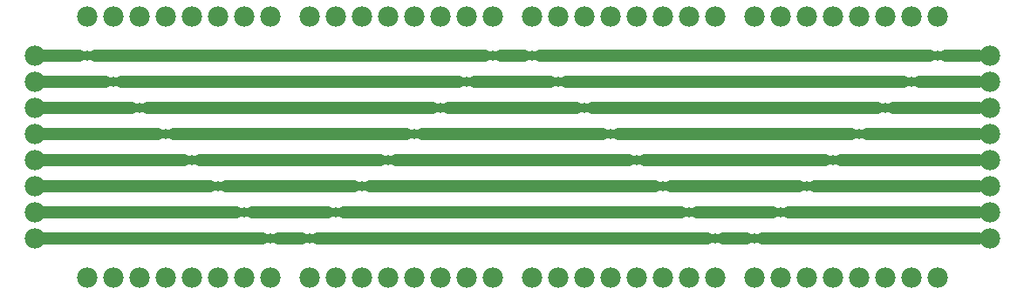
<source format=gtl>
G04 MADE WITH FRITZING*
G04 WWW.FRITZING.ORG*
G04 DOUBLE SIDED*
G04 HOLES PLATED*
G04 CONTOUR ON CENTER OF CONTOUR VECTOR*
%ASAXBY*%
%FSLAX23Y23*%
%MOIN*%
%OFA0B0*%
%SFA1.0B1.0*%
%ADD10C,0.078000*%
%ADD11C,0.039370*%
%ADD12C,0.048000*%
%LNCOPPER1*%
G90*
G70*
G54D10*
X2874Y178D03*
X2974Y178D03*
X3074Y178D03*
X3174Y178D03*
X3274Y178D03*
X3374Y178D03*
X3474Y178D03*
X3574Y178D03*
X2724Y178D03*
X2624Y178D03*
X2524Y178D03*
X2424Y178D03*
X2324Y178D03*
X2224Y178D03*
X2124Y178D03*
X2024Y178D03*
X1174Y178D03*
X1274Y178D03*
X1374Y178D03*
X1474Y178D03*
X1574Y178D03*
X1674Y178D03*
X1774Y178D03*
X1874Y178D03*
X1024Y178D03*
X924Y178D03*
X824Y178D03*
X724Y178D03*
X624Y178D03*
X524Y178D03*
X424Y178D03*
X324Y178D03*
X2874Y1178D03*
X2974Y1178D03*
X3074Y1178D03*
X3174Y1178D03*
X3274Y1178D03*
X3374Y1178D03*
X3474Y1178D03*
X3574Y1178D03*
X2724Y1178D03*
X2624Y1178D03*
X2524Y1178D03*
X2424Y1178D03*
X2324Y1178D03*
X2224Y1178D03*
X2124Y1178D03*
X2024Y1178D03*
X1174Y1178D03*
X1274Y1178D03*
X1374Y1178D03*
X1474Y1178D03*
X1574Y1178D03*
X1674Y1178D03*
X1774Y1178D03*
X1874Y1178D03*
X1024Y1178D03*
X924Y1178D03*
X824Y1178D03*
X724Y1178D03*
X624Y1178D03*
X524Y1178D03*
X424Y1178D03*
X324Y1178D03*
X3774Y328D03*
X3774Y428D03*
X3774Y528D03*
X3774Y628D03*
X3774Y728D03*
X3774Y828D03*
X3774Y928D03*
X3774Y1028D03*
X124Y328D03*
X124Y428D03*
X124Y528D03*
X124Y628D03*
X124Y728D03*
X124Y828D03*
X124Y928D03*
X124Y1028D03*
G54D11*
X3074Y528D03*
X2524Y528D03*
X1374Y528D03*
X824Y528D03*
X2874Y328D03*
X2724Y328D03*
X1174Y328D03*
X1024Y328D03*
X2974Y428D03*
X2624Y428D03*
X1274Y428D03*
X924Y428D03*
X3174Y628D03*
X2424Y628D03*
X1474Y628D03*
X724Y628D03*
X3274Y728D03*
X2324Y728D03*
X1574Y728D03*
X624Y728D03*
X3374Y828D03*
X2224Y828D03*
X1674Y828D03*
X524Y828D03*
X3474Y928D03*
X2124Y928D03*
X1774Y928D03*
X424Y928D03*
X3574Y1028D03*
X2024Y1028D03*
X1874Y1028D03*
X324Y1028D03*
G54D12*
X994Y328D02*
X165Y328D01*
D02*
X294Y1028D02*
X165Y1028D01*
D02*
X394Y928D02*
X165Y928D01*
D02*
X165Y828D02*
X494Y828D01*
D02*
X794Y528D02*
X165Y528D01*
D02*
X694Y628D02*
X165Y628D01*
D02*
X594Y728D02*
X165Y728D01*
D02*
X165Y428D02*
X894Y428D01*
D02*
X554Y828D02*
X1644Y828D01*
D02*
X454Y928D02*
X1744Y928D01*
D02*
X1054Y328D02*
X1144Y328D01*
D02*
X654Y728D02*
X1544Y728D01*
D02*
X854Y528D02*
X1344Y528D01*
D02*
X954Y428D02*
X1244Y428D01*
D02*
X754Y628D02*
X1444Y628D01*
D02*
X354Y1028D02*
X1844Y1028D01*
D02*
X1204Y328D02*
X2694Y328D01*
D02*
X1404Y528D02*
X2494Y528D01*
D02*
X1904Y1028D02*
X1994Y1028D01*
D02*
X1304Y428D02*
X2594Y428D01*
D02*
X1604Y728D02*
X2294Y728D01*
D02*
X1504Y628D02*
X2394Y628D01*
D02*
X1804Y928D02*
X2094Y928D01*
D02*
X1704Y828D02*
X2194Y828D01*
D02*
X2154Y928D02*
X3444Y928D01*
D02*
X2254Y828D02*
X3344Y828D01*
D02*
X2754Y328D02*
X2844Y328D01*
D02*
X2654Y428D02*
X2944Y428D01*
D02*
X2454Y628D02*
X3144Y628D01*
D02*
X2054Y1028D02*
X3544Y1028D01*
D02*
X2354Y728D02*
X3244Y728D01*
D02*
X2554Y528D02*
X3044Y528D01*
D02*
X3104Y528D02*
X3732Y528D01*
D02*
X3004Y428D02*
X3732Y428D01*
D02*
X3404Y828D02*
X3732Y828D01*
D02*
X3504Y928D02*
X3732Y928D01*
D02*
X3204Y628D02*
X3732Y628D01*
D02*
X3304Y728D02*
X3732Y728D01*
D02*
X3604Y1028D02*
X3732Y1028D01*
D02*
X2904Y328D02*
X3732Y328D01*
G04 End of Copper1*
M02*
</source>
